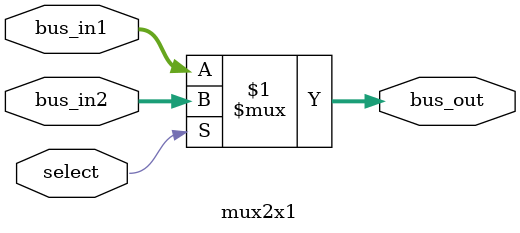
<source format=v>
module mux2x1 #(parameter W=8)(bus_in1,bus_in2,bus_out,select);

	input wire select;
	input wire [(W-1):0] bus_in1, bus_in2;
	output wire [(W-1):0] bus_out;
	
	assign bus_out = select ? bus_in2 : bus_in1;
	
endmodule
	
</source>
